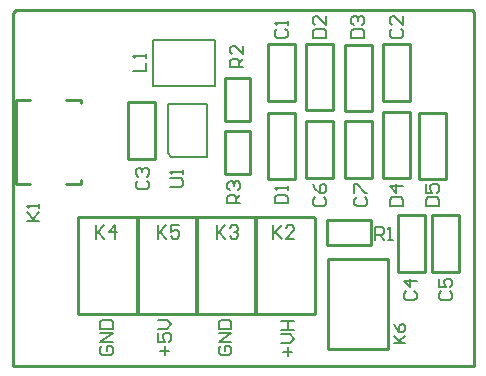
<source format=gto>
%FSLAX23Y23*%
%MOIN*%
G70*
G01*
G75*
G04 Layer_Color=65535*
%ADD10R,0.065X0.040*%
%ADD11R,0.051X0.118*%
%ADD12R,0.022X0.039*%
%ADD13R,0.049X0.016*%
%ADD14R,0.040X0.055*%
%ADD15C,0.060*%
%ADD16R,0.060X0.060*%
%ADD17R,0.055X0.040*%
%ADD18C,0.020*%
%ADD19C,0.015*%
%ADD20C,0.010*%
%ADD21C,0.090*%
%ADD22C,0.067*%
%ADD23C,0.031*%
%ADD24R,0.060X0.060*%
%ADD25C,0.050*%
%ADD26C,0.012*%
%ADD27C,0.006*%
%ADD28C,0.007*%
%ADD29C,0.007*%
%ADD30C,0.008*%
D20*
X2494Y2121D02*
X2584D01*
X2494Y2311D02*
X2584D01*
Y2121D02*
Y2311D01*
X2494Y2121D02*
Y2311D01*
X2111Y2121D02*
X2201D01*
X2111Y2311D02*
X2201D01*
Y2121D02*
Y2311D01*
X2111Y2121D02*
Y2311D01*
X2065Y1413D02*
X2265D01*
X2065D02*
Y1736D01*
X2150D01*
X2181D01*
X2261D01*
X2265Y1413D02*
Y1732D01*
X2261Y1736D02*
X2265Y1732D01*
X1269Y1845D02*
X1316D01*
X1269D02*
Y2126D01*
X1269Y2126D01*
X1317D01*
X1486Y1846D02*
Y1859D01*
X1438Y1846D02*
X1486D01*
Y2115D02*
Y2126D01*
X1437D02*
X1486D01*
X2452Y1642D02*
Y1726D01*
X2307Y1642D02*
Y1726D01*
Y1642D02*
X2452D01*
X2307Y1726D02*
X2452D01*
X1869Y1413D02*
X2069D01*
X1869D02*
Y1736D01*
X1953D01*
X1984D01*
X2064D01*
X2069Y1413D02*
Y1732D01*
X2064Y1736D02*
X2069Y1732D01*
X1644Y1930D02*
X1734D01*
X1644Y2120D02*
X1734D01*
Y1930D02*
Y2120D01*
X1644Y1930D02*
Y2120D01*
X2680Y1863D02*
X2702D01*
X2612D02*
X2635D01*
X2702D02*
Y2083D01*
X2612Y1863D02*
Y2083D01*
X2635Y1863D02*
X2680D01*
X2612Y2083D02*
X2702D01*
X2494Y2084D02*
X2517D01*
X2562D02*
X2584D01*
X2494Y1864D02*
Y2084D01*
X2584Y1864D02*
Y2084D01*
X2517D02*
X2562D01*
X2494Y1864D02*
X2584D01*
X2434Y2089D02*
X2456D01*
X2366D02*
X2389D01*
X2456D02*
Y2309D01*
X2366Y2089D02*
Y2309D01*
X2389Y2089D02*
X2434D01*
X2366Y2309D02*
X2456D01*
X2238Y2311D02*
X2261D01*
X2306D02*
X2328D01*
X2238Y2091D02*
Y2311D01*
X2328Y2091D02*
Y2311D01*
X2261D02*
X2306D01*
X2238Y2091D02*
X2328D01*
X2178Y1863D02*
X2201D01*
X2111D02*
X2133D01*
X2201D02*
Y2083D01*
X2111Y1863D02*
Y2083D01*
X2133Y1863D02*
X2178D01*
X2111Y2083D02*
X2201D01*
X2543Y1551D02*
X2633D01*
X2543Y1741D02*
X2633D01*
Y1551D02*
Y1741D01*
X2543Y1551D02*
Y1741D01*
X2655Y1551D02*
X2745D01*
X2655Y1741D02*
X2745D01*
Y1551D02*
Y1741D01*
X2655Y1551D02*
Y1741D01*
X2366Y1865D02*
X2456D01*
X2366Y2055D02*
X2456D01*
Y1865D02*
Y2055D01*
X2366Y1865D02*
Y2055D01*
X2238Y1865D02*
X2328D01*
X2238Y2055D02*
X2328D01*
Y1865D02*
Y2055D01*
X2238Y1865D02*
Y2055D01*
X1966Y2200D02*
X2050D01*
X1966Y2055D02*
X2050D01*
Y2200D01*
X1966Y2055D02*
Y2200D01*
Y2023D02*
X2050D01*
X1966Y1878D02*
X2050D01*
Y2023D01*
X1966Y1878D02*
Y2023D01*
X1475Y1413D02*
X1675D01*
X1475D02*
Y1736D01*
X1559D01*
X1590D01*
X1670D01*
X1675Y1413D02*
Y1732D01*
X1670Y1736D02*
X1675Y1732D01*
X1672Y1736D02*
X1872D01*
Y1413D02*
Y1736D01*
X1787Y1413D02*
X1872D01*
X1756D02*
X1787D01*
X1676D02*
X1756D01*
X1672Y1418D02*
Y1736D01*
Y1418D02*
X1676Y1413D01*
X2309Y1469D02*
Y1594D01*
Y1294D02*
Y1494D01*
X2509Y1294D02*
Y1594D01*
X2309Y1294D02*
X2509D01*
X2309Y1594D02*
X2509D01*
X1260Y2380D02*
Y2415D01*
X1270Y2425D01*
X2790D01*
X1260Y1240D02*
Y2380D01*
X2790Y2425D02*
X2795Y2420D01*
Y1240D02*
Y2420D01*
X1260Y1240D02*
X2795D01*
D27*
X1728Y2173D02*
X1933D01*
X1728D02*
Y2324D01*
X1933D01*
Y2173D02*
Y2324D01*
X1775Y1947D02*
X1788Y1934D01*
X1907D01*
Y2111D01*
X1775Y1947D02*
Y1976D01*
X1777Y2111D02*
X1806D01*
X1775Y2110D02*
X1777Y2111D01*
X1775Y2069D02*
Y2110D01*
Y1976D02*
Y2069D01*
X1806Y2111D02*
X1878D01*
X1907D01*
X1907Y2111D01*
D28*
X1783Y1835D02*
X1820D01*
X1827Y1842D01*
Y1856D01*
X1820Y1864D01*
X1783D01*
X1827Y1878D02*
Y1892D01*
Y1885D01*
X1783D01*
X1791Y1878D01*
X2018Y1781D02*
X1974D01*
Y1803D01*
X1982Y1810D01*
X1996D01*
X2003Y1803D01*
Y1781D01*
Y1796D02*
X2018Y1810D01*
X1982Y1825D02*
X1974Y1832D01*
Y1846D01*
X1982Y1854D01*
X1989D01*
X1996Y1846D01*
Y1839D01*
Y1846D01*
X2003Y1854D01*
X2011D01*
X2018Y1846D01*
Y1832D01*
X2011Y1825D01*
X2028Y2234D02*
X1984D01*
Y2256D01*
X1991Y2263D01*
X2006D01*
X2013Y2256D01*
Y2234D01*
Y2249D02*
X2028Y2263D01*
Y2306D02*
Y2278D01*
X1999Y2306D01*
X1991D01*
X1984Y2299D01*
Y2285D01*
X1991Y2278D01*
X2468Y1659D02*
Y1703D01*
X2489D01*
X2496Y1696D01*
Y1681D01*
X2489Y1674D01*
X2468D01*
X2482D02*
X2496Y1659D01*
X2511D02*
X2525D01*
X2518D01*
Y1703D01*
X2511Y1696D01*
X1660Y2221D02*
X1704D01*
Y2250D01*
Y2265D02*
Y2279D01*
Y2272D01*
X1660D01*
X1668Y2265D01*
X1742Y1707D02*
Y1663D01*
Y1678D01*
X1771Y1707D01*
X1749Y1685D01*
X1771Y1663D01*
X1814Y1707D02*
X1785D01*
Y1685D01*
X1800Y1692D01*
X1807D01*
X1814Y1685D01*
Y1671D01*
X1807Y1663D01*
X1793D01*
X1785Y1671D01*
X1535Y1707D02*
Y1663D01*
Y1678D01*
X1564Y1707D01*
X1543Y1685D01*
X1564Y1663D01*
X1600D02*
Y1707D01*
X1579Y1685D01*
X1608D01*
X1939Y1707D02*
Y1663D01*
Y1678D01*
X1968Y1707D01*
X1946Y1685D01*
X1968Y1663D01*
X1982Y1699D02*
X1989Y1707D01*
X2004D01*
X2011Y1699D01*
Y1692D01*
X2004Y1685D01*
X1997D01*
X2004D01*
X2011Y1678D01*
Y1671D01*
X2004Y1663D01*
X1989D01*
X1982Y1671D01*
X2126Y1707D02*
Y1663D01*
Y1678D01*
X2155Y1707D01*
X2133Y1685D01*
X2155Y1663D01*
X2198D02*
X2169D01*
X2198Y1692D01*
Y1699D01*
X2191Y1707D01*
X2176D01*
X2169Y1699D01*
X1305Y1722D02*
X1348D01*
X1334D01*
X1305Y1751D01*
X1327Y1730D01*
X1348Y1751D01*
Y1766D02*
Y1780D01*
Y1773D01*
X1305D01*
X1312Y1766D01*
X2636Y1772D02*
X2679D01*
Y1793D01*
X2672Y1801D01*
X2643D01*
X2636Y1793D01*
Y1772D01*
Y1844D02*
Y1815D01*
X2657D01*
X2650Y1829D01*
Y1837D01*
X2657Y1844D01*
X2672D01*
X2679Y1837D01*
Y1822D01*
X2672Y1815D01*
X2516Y1772D02*
X2559D01*
Y1793D01*
X2552Y1801D01*
X2523D01*
X2516Y1793D01*
Y1772D01*
X2559Y1837D02*
X2516D01*
X2537Y1815D01*
Y1844D01*
X2388Y2333D02*
X2431D01*
Y2354D01*
X2424Y2362D01*
X2395D01*
X2388Y2354D01*
Y2333D01*
X2395Y2376D02*
X2388Y2383D01*
Y2398D01*
X2395Y2405D01*
X2402D01*
X2409Y2398D01*
Y2390D01*
Y2398D01*
X2417Y2405D01*
X2424D01*
X2431Y2398D01*
Y2383D01*
X2424Y2376D01*
X2260Y2333D02*
X2303D01*
Y2354D01*
X2296Y2362D01*
X2267D01*
X2260Y2354D01*
Y2333D01*
X2303Y2405D02*
Y2376D01*
X2274Y2405D01*
X2267D01*
X2260Y2398D01*
Y2383D01*
X2267Y2376D01*
X2132Y1781D02*
X2175D01*
Y1803D01*
X2168Y1810D01*
X2139D01*
X2132Y1803D01*
Y1781D01*
X2175Y1825D02*
Y1839D01*
Y1832D01*
X2132D01*
X2139Y1825D01*
X2405Y1801D02*
X2398Y1793D01*
Y1779D01*
X2405Y1772D01*
X2434D01*
X2441Y1779D01*
Y1793D01*
X2434Y1801D01*
X2398Y1815D02*
Y1844D01*
X2405D01*
X2434Y1815D01*
X2441D01*
X2267Y1801D02*
X2260Y1793D01*
Y1779D01*
X2267Y1772D01*
X2296D01*
X2303Y1779D01*
Y1793D01*
X2296Y1801D01*
X2260Y1844D02*
X2267Y1829D01*
X2282Y1815D01*
X2296D01*
X2303Y1822D01*
Y1837D01*
X2296Y1844D01*
X2289D01*
X2282Y1837D01*
Y1815D01*
X2687Y1487D02*
X2680Y1479D01*
Y1465D01*
X2687Y1458D01*
X2716D01*
X2723Y1465D01*
Y1479D01*
X2716Y1487D01*
X2680Y1530D02*
Y1501D01*
X2702D01*
X2695Y1515D01*
Y1523D01*
X2702Y1530D01*
X2716D01*
X2723Y1523D01*
Y1508D01*
X2716Y1501D01*
X2569Y1487D02*
X2562Y1479D01*
Y1465D01*
X2569Y1458D01*
X2598D01*
X2605Y1465D01*
Y1479D01*
X2598Y1487D01*
X2605Y1523D02*
X2562D01*
X2584Y1501D01*
Y1530D01*
X1677Y1856D02*
X1669Y1848D01*
Y1834D01*
X1677Y1827D01*
X1705D01*
X1713Y1834D01*
Y1848D01*
X1705Y1856D01*
X1677Y1870D02*
X1669Y1877D01*
Y1892D01*
X1677Y1899D01*
X1684D01*
X1691Y1892D01*
Y1884D01*
Y1892D01*
X1698Y1899D01*
X1705D01*
X1713Y1892D01*
Y1877D01*
X1705Y1870D01*
X2523Y2362D02*
X2516Y2354D01*
Y2340D01*
X2523Y2333D01*
X2552D01*
X2559Y2340D01*
Y2354D01*
X2552Y2362D01*
X2559Y2405D02*
Y2376D01*
X2530Y2405D01*
X2523D01*
X2516Y2398D01*
Y2383D01*
X2523Y2376D01*
X2139Y2362D02*
X2132Y2354D01*
Y2340D01*
X2139Y2333D01*
X2168D01*
X2175Y2340D01*
Y2354D01*
X2168Y2362D01*
X2175Y2376D02*
Y2390D01*
Y2383D01*
X2132D01*
X2139Y2376D01*
D29*
X2529Y1314D02*
X2568D01*
X2555D01*
X2529Y1340D01*
X2548Y1321D01*
X2568Y1340D01*
X2529Y1380D02*
X2535Y1366D01*
X2548Y1353D01*
X2561D01*
X2568Y1360D01*
Y1373D01*
X2561Y1380D01*
X2555D01*
X2548Y1373D01*
Y1353D01*
D30*
X2175Y1272D02*
Y1301D01*
X2161Y1286D02*
X2190D01*
X2154Y1315D02*
X2182D01*
X2197Y1329D01*
X2182Y1344D01*
X2154D01*
Y1358D02*
X2197D01*
X2175D01*
Y1387D01*
X2154D01*
X2197D01*
X1766Y1276D02*
Y1304D01*
X1751Y1290D02*
X1780D01*
X1744Y1348D02*
Y1319D01*
X1766D01*
X1759Y1333D01*
Y1341D01*
X1766Y1348D01*
X1780D01*
X1787Y1341D01*
Y1326D01*
X1780Y1319D01*
X1744Y1362D02*
X1773D01*
X1787Y1377D01*
X1773Y1391D01*
X1744D01*
X1952Y1304D02*
X1945Y1297D01*
Y1283D01*
X1952Y1276D01*
X1981D01*
X1988Y1283D01*
Y1297D01*
X1981Y1304D01*
X1967D01*
Y1290D01*
X1988Y1319D02*
X1945D01*
X1988Y1348D01*
X1945D01*
Y1362D02*
X1988D01*
Y1384D01*
X1981Y1391D01*
X1952D01*
X1945Y1384D01*
Y1362D01*
X1558Y1304D02*
X1551Y1297D01*
Y1283D01*
X1558Y1276D01*
X1587D01*
X1594Y1283D01*
Y1297D01*
X1587Y1304D01*
X1573D01*
Y1290D01*
X1594Y1319D02*
X1551D01*
X1594Y1348D01*
X1551D01*
Y1362D02*
X1594D01*
Y1384D01*
X1587Y1391D01*
X1558D01*
X1551Y1384D01*
Y1362D01*
M02*

</source>
